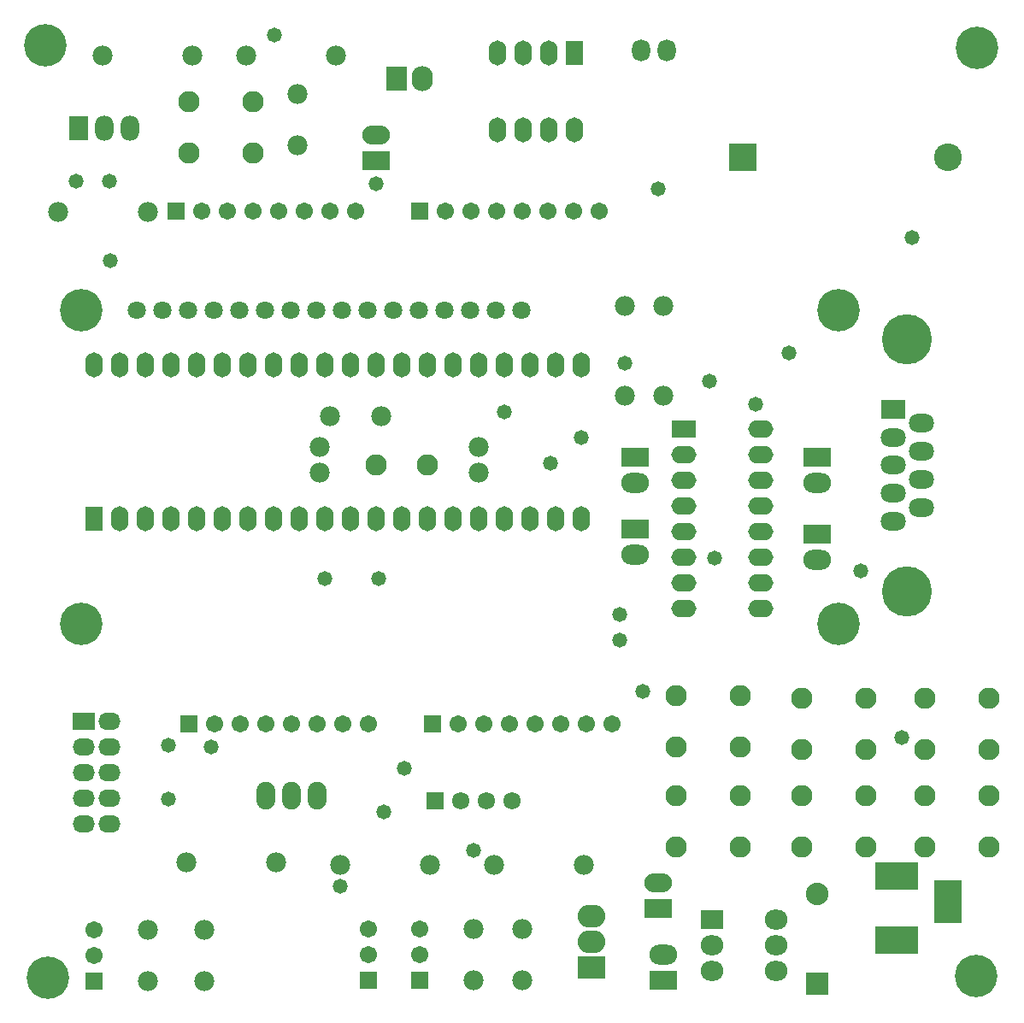
<source format=gbs>
G04 Layer_Color=65280*
%FSTAX44Y44*%
%MOMM*%
G71*
G01*
G75*
%ADD67C,4.2032*%
%ADD68C,1.8000*%
%ADD69R,2.7432X1.9812*%
%ADD70O,2.7432X1.9812*%
%ADD71O,1.8542X2.4892*%
%ADD72R,1.8542X2.4892*%
%ADD73C,2.2352*%
%ADD74R,2.2352X2.2352*%
%ADD75R,2.2352X1.9812*%
%ADD76O,2.2352X1.9812*%
%ADD77C,1.9812*%
%ADD78R,2.7432X1.8542*%
%ADD79O,2.7432X1.8542*%
%ADD80R,1.7272X2.4892*%
%ADD81O,1.7272X2.4892*%
%ADD82R,1.7032X1.7032*%
%ADD83C,1.7032*%
%ADD84O,1.8032X2.2032*%
%ADD85C,2.1082*%
%ADD86R,2.4892X1.8542*%
%ADD87O,2.4892X1.8542*%
%ADD88C,4.9632*%
%ADD89R,1.7032X1.7032*%
%ADD90R,2.4892X1.7272*%
%ADD91O,2.4892X1.7272*%
%ADD92R,2.7432X2.2352*%
%ADD93O,2.7432X2.2352*%
%ADD94O,2.2032X1.7032*%
%ADD95R,2.2032X1.7032*%
%ADD96R,2.1082X2.4892*%
%ADD97O,2.1082X2.4892*%
%ADD98C,1.7232*%
%ADD99R,1.7232X1.7232*%
%ADD100R,2.7432X2.7432*%
%ADD101C,2.7432*%
%ADD102O,1.8796X2.7432*%
%ADD103R,4.2672X2.7432*%
%ADD104R,2.7432X4.2672*%
%ADD105C,1.4732*%
D67*
X0107512Y0095516D02*
D03*
X0032512D02*
D03*
X0107512Y0064516D02*
D03*
X0032512D02*
D03*
X0028956Y0121793D02*
D03*
X0121158Y0029591D02*
D03*
X0029202Y0029455D02*
D03*
X0121206Y0121573D02*
D03*
D68*
X0076112Y0095516D02*
D03*
X0073572D02*
D03*
X0071032D02*
D03*
X0068492D02*
D03*
X0065952D02*
D03*
X0063412D02*
D03*
X0038012D02*
D03*
X0040552D02*
D03*
X0043092D02*
D03*
X0045632D02*
D03*
X0048172D02*
D03*
X0050712D02*
D03*
X0053252D02*
D03*
X0055792D02*
D03*
X0058332D02*
D03*
X0060872D02*
D03*
D69*
X009017Y002921D02*
D03*
X010541Y0073406D02*
D03*
Y0081026D02*
D03*
X0087376Y0073914D02*
D03*
Y0081026D02*
D03*
D70*
X009017Y003175D02*
D03*
X010541Y0070866D02*
D03*
Y0078486D02*
D03*
X0087376Y0071374D02*
D03*
Y0078486D02*
D03*
D71*
X0037296Y0113555D02*
D03*
X0034756D02*
D03*
D72*
X0032216D02*
D03*
D73*
X010541Y0037719D02*
D03*
D74*
Y0028829D02*
D03*
D75*
X0094996Y0035179D02*
D03*
D76*
Y0032639D02*
D03*
Y0030099D02*
D03*
X0101346D02*
D03*
Y0032639D02*
D03*
Y0035179D02*
D03*
D77*
X0048816Y0120811D02*
D03*
X0057706D02*
D03*
X0067056Y004064D02*
D03*
X0058166D02*
D03*
X009017Y0087122D02*
D03*
Y0096012D02*
D03*
X008636Y0087122D02*
D03*
Y0096012D02*
D03*
X0034592Y0120811D02*
D03*
X0043482D02*
D03*
X0051816Y0040894D02*
D03*
X0042926D02*
D03*
X0039116Y0105283D02*
D03*
X0030226D02*
D03*
X0082296Y004064D02*
D03*
X0073406D02*
D03*
X0056134Y0082042D02*
D03*
Y0079502D02*
D03*
X0071882Y0082042D02*
D03*
Y0079502D02*
D03*
X0053896Y0111921D02*
D03*
Y0117001D02*
D03*
X006223Y008509D02*
D03*
X005715D02*
D03*
X0039116Y0034163D02*
D03*
Y0029083D02*
D03*
X0044704Y0034163D02*
D03*
Y0029083D02*
D03*
X0071374Y003429D02*
D03*
Y002921D02*
D03*
X00762Y003429D02*
D03*
Y002921D02*
D03*
D78*
X0061722Y0110363D02*
D03*
X0089662Y0036322D02*
D03*
D79*
X0061722Y0112903D02*
D03*
X0089662Y0038862D02*
D03*
D80*
X0081328Y0121065D02*
D03*
X0033782Y007493D02*
D03*
D81*
X0078788Y0121065D02*
D03*
X0076248D02*
D03*
X0073708D02*
D03*
X0081328Y0113445D02*
D03*
X0078788D02*
D03*
X0076248D02*
D03*
X0073708D02*
D03*
X0036322Y007493D02*
D03*
X0038862D02*
D03*
X0041402D02*
D03*
X0043942D02*
D03*
X0046482D02*
D03*
X0049022D02*
D03*
X0051562D02*
D03*
X0054102D02*
D03*
X0056642D02*
D03*
X0059182D02*
D03*
X0061722D02*
D03*
X0064262D02*
D03*
X0066802D02*
D03*
X0069342D02*
D03*
X0071882D02*
D03*
X0074422D02*
D03*
X0076962D02*
D03*
X0079502D02*
D03*
X0082042D02*
D03*
X0033782Y009017D02*
D03*
X0036322D02*
D03*
X0038862D02*
D03*
X0041402D02*
D03*
X0043942D02*
D03*
X0046482D02*
D03*
X0049022D02*
D03*
X0051562D02*
D03*
X0054102D02*
D03*
X0056642D02*
D03*
X0059182D02*
D03*
X0061722D02*
D03*
X0064262D02*
D03*
X0066802D02*
D03*
X0069342D02*
D03*
X0071882D02*
D03*
X0074422D02*
D03*
X0076962D02*
D03*
X0079502D02*
D03*
X0082042D02*
D03*
D82*
X006604Y002921D02*
D03*
X006096D02*
D03*
X0033782Y0029083D02*
D03*
D83*
X006604Y003175D02*
D03*
Y003429D02*
D03*
X006096Y003175D02*
D03*
Y003429D02*
D03*
X006985Y005461D02*
D03*
X007239D02*
D03*
X007493D02*
D03*
X007747D02*
D03*
X008001D02*
D03*
X008255D02*
D03*
X008509D02*
D03*
X006858Y010541D02*
D03*
X007112D02*
D03*
X007366D02*
D03*
X00762D02*
D03*
X007874D02*
D03*
X008128D02*
D03*
X008382D02*
D03*
X004572Y005461D02*
D03*
X004826D02*
D03*
X00508D02*
D03*
X005334D02*
D03*
X005588D02*
D03*
X005842D02*
D03*
X006096D02*
D03*
X004445Y010541D02*
D03*
X004699D02*
D03*
X004953D02*
D03*
X005207D02*
D03*
X005461D02*
D03*
X005715D02*
D03*
X005969D02*
D03*
X0033782Y0031623D02*
D03*
Y0034163D02*
D03*
D84*
X0090472Y0121319D02*
D03*
X0087932D02*
D03*
D85*
X0061722Y0080264D02*
D03*
X0066802D02*
D03*
X0116078Y0047498D02*
D03*
X0122428Y0042418D02*
D03*
Y0047498D02*
D03*
X0116078Y0042418D02*
D03*
X0103886Y0047498D02*
D03*
X0110236Y0042418D02*
D03*
Y0047498D02*
D03*
X0103886Y0042418D02*
D03*
X0116078Y005715D02*
D03*
X0122428Y005207D02*
D03*
Y005715D02*
D03*
X0116078Y005207D02*
D03*
X0103886Y005715D02*
D03*
X0110236Y005207D02*
D03*
Y005715D02*
D03*
X0103886Y005207D02*
D03*
X004318Y0116205D02*
D03*
X004953Y0111125D02*
D03*
Y0116205D02*
D03*
X004318Y0111125D02*
D03*
X009144Y0047498D02*
D03*
X009779Y0042418D02*
D03*
Y0047498D02*
D03*
X009144Y0042418D02*
D03*
Y0057404D02*
D03*
X009779Y0052324D02*
D03*
Y0057404D02*
D03*
X009144Y0052324D02*
D03*
D86*
X011288Y0085726D02*
D03*
D87*
Y0074646D02*
D03*
X011572Y0076031D02*
D03*
X011288Y0077416D02*
D03*
Y0080186D02*
D03*
X011572Y0081571D02*
D03*
X011288Y0082956D02*
D03*
X011572Y0084341D02*
D03*
Y0078801D02*
D03*
D88*
X01143Y0092681D02*
D03*
Y0067691D02*
D03*
D89*
X006731Y005461D02*
D03*
X006604Y010541D02*
D03*
X004318Y005461D02*
D03*
X004191Y010541D02*
D03*
D90*
X0092202Y008382D02*
D03*
D91*
Y008128D02*
D03*
Y007874D02*
D03*
Y00762D02*
D03*
Y007366D02*
D03*
Y007112D02*
D03*
Y006858D02*
D03*
Y006604D02*
D03*
X0099822Y008382D02*
D03*
Y008128D02*
D03*
Y007874D02*
D03*
Y00762D02*
D03*
Y007366D02*
D03*
Y007112D02*
D03*
Y006858D02*
D03*
Y006604D02*
D03*
D92*
X0083058Y003048D02*
D03*
D93*
Y003302D02*
D03*
Y003556D02*
D03*
D94*
X0032766Y0044704D02*
D03*
Y0047244D02*
D03*
Y0049784D02*
D03*
Y0052324D02*
D03*
X0035306Y0054864D02*
D03*
Y0052324D02*
D03*
Y0049784D02*
D03*
Y0047244D02*
D03*
Y0044704D02*
D03*
D95*
X0032766Y0054864D02*
D03*
D96*
X0063754Y0118491D02*
D03*
D97*
X0066294D02*
D03*
D98*
X0075184Y004699D02*
D03*
X0072644D02*
D03*
X0070104D02*
D03*
D99*
X0067564D02*
D03*
D100*
X0098044Y0110744D02*
D03*
D101*
X0118364D02*
D03*
D102*
X005588Y0047498D02*
D03*
X005334D02*
D03*
X00508D02*
D03*
D103*
X0113284Y0039497D02*
D03*
Y0033147D02*
D03*
D104*
X0118364Y0036957D02*
D03*
D105*
X0061722Y0108077D02*
D03*
X0035354Y0100491D02*
D03*
X005161Y0122843D02*
D03*
X0032004Y0108331D02*
D03*
X0035306D02*
D03*
X0058166Y0038481D02*
D03*
X0062484Y0045847D02*
D03*
X0056642Y0068961D02*
D03*
X0082042Y0082931D02*
D03*
X0078994Y0080391D02*
D03*
X0061976Y0068961D02*
D03*
X0064516Y0050165D02*
D03*
X0071374Y0042037D02*
D03*
X0088138Y0057785D02*
D03*
X0041148Y0047117D02*
D03*
Y0052451D02*
D03*
X0045339Y0052324D02*
D03*
X008636Y0090297D02*
D03*
X0113792Y0053213D02*
D03*
X0102616Y0091313D02*
D03*
X0099314Y0086233D02*
D03*
X0085852Y0062865D02*
D03*
Y0065405D02*
D03*
X009525Y0070993D02*
D03*
X0094742Y0088519D02*
D03*
X0089662Y0107569D02*
D03*
X0109728Y0069723D02*
D03*
X0114808Y0102743D02*
D03*
X0074422Y0085471D02*
D03*
M02*

</source>
